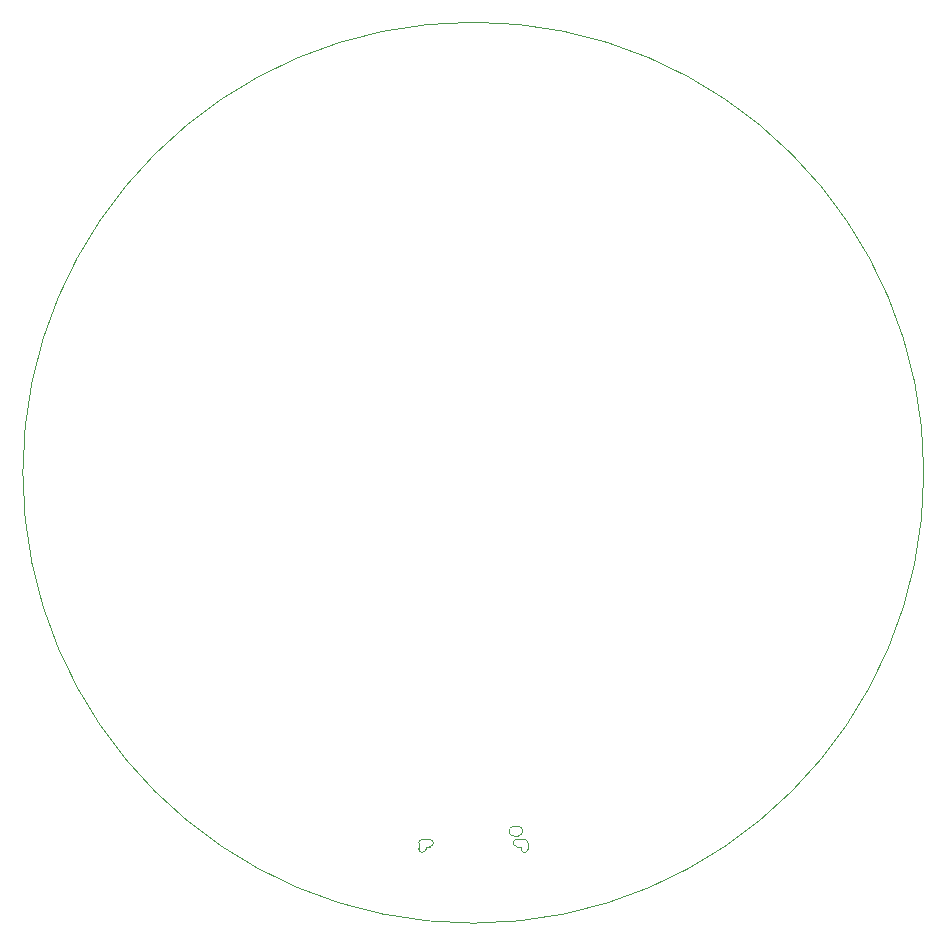
<source format=gbr>
%TF.GenerationSoftware,KiCad,Pcbnew,5.1.6+dfsg1-1*%
%TF.CreationDate,2020-08-08T17:15:22+09:00*%
%TF.ProjectId,portable_spectro_sch,706f7274-6162-46c6-955f-737065637472,rev?*%
%TF.SameCoordinates,Original*%
%TF.FileFunction,Profile,NP*%
%FSLAX46Y46*%
G04 Gerber Fmt 4.6, Leading zero omitted, Abs format (unit mm)*
G04 Created by KiCad (PCBNEW 5.1.6+dfsg1-1) date 2020-08-08 17:15:22*
%MOMM*%
%LPD*%
G01*
G04 APERTURE LIST*
%TA.AperFunction,Profile*%
%ADD10C,0.050000*%
%TD*%
%TA.AperFunction,Profile*%
%ADD11C,0.100000*%
%TD*%
G04 APERTURE END LIST*
D10*
X258849924Y-72160000D02*
G75*
G03*
X258849924Y-72160000I-38139924J0D01*
G01*
D11*
%TO.C,J4*%
X216380000Y-103210000D02*
X217030000Y-103210000D01*
X216080000Y-104010000D02*
X216080000Y-103510000D01*
X224390000Y-103210000D02*
X225040000Y-103210000D01*
X217030000Y-103810000D02*
X216680000Y-103810000D01*
X224740000Y-103810000D02*
X224390000Y-103810000D01*
X216680000Y-103810000D02*
X216680000Y-104010000D01*
X224740000Y-103810000D02*
X224740000Y-104010000D01*
X225340000Y-104010000D02*
X225340000Y-103510000D01*
X224160000Y-102085000D02*
X224460000Y-102085000D01*
X224160000Y-102935000D02*
X224460000Y-102935000D01*
X217030000Y-103210000D02*
G75*
G02*
X217030000Y-103810000I0J-300000D01*
G01*
X216680000Y-104010000D02*
G75*
G02*
X216080000Y-104010000I-300000J0D01*
G01*
X216080000Y-103510000D02*
G75*
G02*
X216380000Y-103210000I300000J0D01*
G01*
X224390000Y-103810000D02*
G75*
G02*
X224390000Y-103210000I0J300000D01*
G01*
X225040000Y-103210000D02*
G75*
G02*
X225340000Y-103510000I0J-300000D01*
G01*
X225340000Y-104010000D02*
G75*
G02*
X224740000Y-104010000I-300000J0D01*
G01*
X224460000Y-102085000D02*
G75*
G02*
X224460000Y-102935000I0J-425000D01*
G01*
X224160000Y-102085000D02*
G75*
G03*
X224160000Y-102935000I0J-425000D01*
G01*
%TD*%
M02*

</source>
